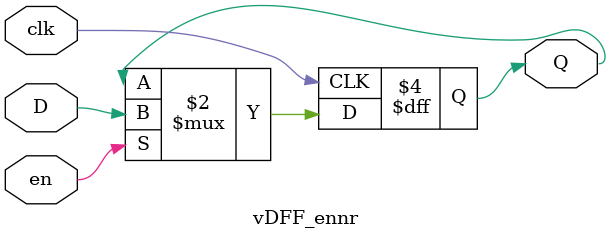
<source format=sv>
module vDFF_ennr(clk,en,D,Q);
  parameter n=1;
  input clk;
  input en;
  input [n-1:0] D;
  output [n-1:0] Q;
  reg [n-1:0] Q;

  always @(posedge clk)begin
      if(en) begin
          Q <= D;
      end
  end
    
endmodule
</source>
